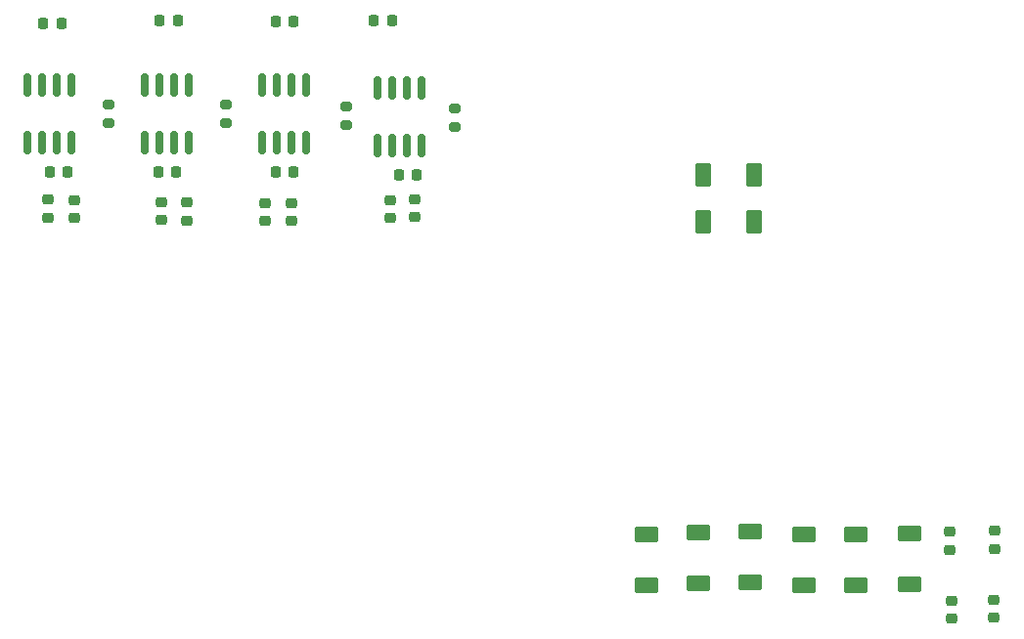
<source format=gbr>
%TF.GenerationSoftware,KiCad,Pcbnew,7.0.7*%
%TF.CreationDate,2024-02-25T12:29:16-08:00*%
%TF.ProjectId,Connector-board,436f6e6e-6563-4746-9f72-2d626f617264,rev?*%
%TF.SameCoordinates,Original*%
%TF.FileFunction,Paste,Top*%
%TF.FilePolarity,Positive*%
%FSLAX46Y46*%
G04 Gerber Fmt 4.6, Leading zero omitted, Abs format (unit mm)*
G04 Created by KiCad (PCBNEW 7.0.7) date 2024-02-25 12:29:16*
%MOMM*%
%LPD*%
G01*
G04 APERTURE LIST*
G04 Aperture macros list*
%AMRoundRect*
0 Rectangle with rounded corners*
0 $1 Rounding radius*
0 $2 $3 $4 $5 $6 $7 $8 $9 X,Y pos of 4 corners*
0 Add a 4 corners polygon primitive as box body*
4,1,4,$2,$3,$4,$5,$6,$7,$8,$9,$2,$3,0*
0 Add four circle primitives for the rounded corners*
1,1,$1+$1,$2,$3*
1,1,$1+$1,$4,$5*
1,1,$1+$1,$6,$7*
1,1,$1+$1,$8,$9*
0 Add four rect primitives between the rounded corners*
20,1,$1+$1,$2,$3,$4,$5,0*
20,1,$1+$1,$4,$5,$6,$7,0*
20,1,$1+$1,$6,$7,$8,$9,0*
20,1,$1+$1,$8,$9,$2,$3,0*%
G04 Aperture macros list end*
%ADD10RoundRect,0.225000X0.225000X0.250000X-0.225000X0.250000X-0.225000X-0.250000X0.225000X-0.250000X0*%
%ADD11RoundRect,0.150000X0.150000X-0.825000X0.150000X0.825000X-0.150000X0.825000X-0.150000X-0.825000X0*%
%ADD12RoundRect,0.250000X0.800000X-0.450000X0.800000X0.450000X-0.800000X0.450000X-0.800000X-0.450000X0*%
%ADD13RoundRect,0.250000X-0.800000X0.450000X-0.800000X-0.450000X0.800000X-0.450000X0.800000X0.450000X0*%
%ADD14RoundRect,0.225000X-0.225000X-0.250000X0.225000X-0.250000X0.225000X0.250000X-0.225000X0.250000X0*%
%ADD15RoundRect,0.200000X-0.275000X0.200000X-0.275000X-0.200000X0.275000X-0.200000X0.275000X0.200000X0*%
%ADD16RoundRect,0.218750X0.256250X-0.218750X0.256250X0.218750X-0.256250X0.218750X-0.256250X-0.218750X0*%
%ADD17RoundRect,0.225000X0.250000X-0.225000X0.250000X0.225000X-0.250000X0.225000X-0.250000X-0.225000X0*%
%ADD18RoundRect,0.250000X-0.450000X-0.800000X0.450000X-0.800000X0.450000X0.800000X-0.450000X0.800000X0*%
%ADD19RoundRect,0.218750X-0.256250X0.218750X-0.256250X-0.218750X0.256250X-0.218750X0.256250X0.218750X0*%
G04 APERTURE END LIST*
D10*
%TO.C,C10*%
X128920000Y-97990400D03*
X127370000Y-97990400D03*
%TD*%
%TO.C,C9*%
X128795000Y-111155000D03*
X127245000Y-111155000D03*
%TD*%
D11*
%TO.C,U4*%
X126115000Y-108550000D03*
X127385000Y-108550000D03*
X128655000Y-108550000D03*
X129925000Y-108550000D03*
X129925000Y-103600000D03*
X128655000Y-103600000D03*
X127385000Y-103600000D03*
X126115000Y-103600000D03*
%TD*%
D12*
%TO.C,D4*%
X173981400Y-146722200D03*
X173981400Y-142322200D03*
%TD*%
D10*
%TO.C,C4*%
X118836200Y-98219000D03*
X117286200Y-98219000D03*
%TD*%
D13*
%TO.C,D6*%
X169511000Y-142500000D03*
X169511000Y-146900000D03*
%TD*%
D14*
%TO.C,C8*%
X137403000Y-98092000D03*
X138953000Y-98092000D03*
%TD*%
D15*
%TO.C,R3*%
X122940000Y-105250000D03*
X122940000Y-106900000D03*
%TD*%
D12*
%TO.C,D1*%
X187621200Y-146900000D03*
X187621200Y-142500000D03*
%TD*%
D13*
%TO.C,D3*%
X192269400Y-142449200D03*
X192269400Y-146849200D03*
%TD*%
D16*
%TO.C,C1*%
X195774600Y-143861800D03*
X195774600Y-142286800D03*
%TD*%
D15*
%TO.C,R6*%
X133100000Y-105250000D03*
X133100000Y-106900000D03*
%TD*%
D17*
%TO.C,FB4*%
X147322000Y-115097600D03*
X147322000Y-113547600D03*
%TD*%
D18*
%TO.C,D8*%
X174400000Y-115450000D03*
X178800000Y-115450000D03*
%TD*%
D10*
%TO.C,C6*%
X147465000Y-97970000D03*
X145915000Y-97970000D03*
%TD*%
D11*
%TO.C,U1*%
X115955000Y-108550000D03*
X117225000Y-108550000D03*
X118495000Y-108550000D03*
X119765000Y-108550000D03*
X119765000Y-103600000D03*
X118495000Y-103600000D03*
X117225000Y-103600000D03*
X115955000Y-103600000D03*
%TD*%
D16*
%TO.C,C2*%
X195901600Y-149830900D03*
X195901600Y-148255900D03*
%TD*%
D17*
%TO.C,FB3*%
X149404800Y-115046800D03*
X149404800Y-113496800D03*
%TD*%
%TO.C,FB6*%
X136501600Y-115351600D03*
X136501600Y-113801600D03*
%TD*%
D19*
%TO.C,R1*%
X199635400Y-142210700D03*
X199635400Y-143785700D03*
%TD*%
D15*
%TO.C,R5*%
X143488600Y-105440000D03*
X143488600Y-107090000D03*
%TD*%
D10*
%TO.C,C5*%
X149595600Y-111350800D03*
X148045600Y-111350800D03*
%TD*%
D12*
%TO.C,D2*%
X183100000Y-146900000D03*
X183100000Y-142500000D03*
%TD*%
D17*
%TO.C,FB1*%
X119991600Y-115123000D03*
X119991600Y-113573000D03*
%TD*%
%TO.C,FB5*%
X138736800Y-115351600D03*
X138736800Y-113801600D03*
%TD*%
D12*
%TO.C,D5*%
X178502600Y-146646000D03*
X178502600Y-142246000D03*
%TD*%
D11*
%TO.C,U2*%
X146229800Y-108796600D03*
X147499800Y-108796600D03*
X148769800Y-108796600D03*
X150039800Y-108796600D03*
X150039800Y-103846600D03*
X148769800Y-103846600D03*
X147499800Y-103846600D03*
X146229800Y-103846600D03*
%TD*%
%TO.C,U3*%
X136275000Y-108550000D03*
X137545000Y-108550000D03*
X138815000Y-108550000D03*
X140085000Y-108550000D03*
X140085000Y-103600000D03*
X138815000Y-103600000D03*
X137545000Y-103600000D03*
X136275000Y-103600000D03*
%TD*%
D10*
%TO.C,C7*%
X138955000Y-111155000D03*
X137405000Y-111155000D03*
%TD*%
D17*
%TO.C,FB2*%
X117705600Y-115072200D03*
X117705600Y-113522200D03*
%TD*%
%TO.C,FB8*%
X127535400Y-115275400D03*
X127535400Y-113725400D03*
%TD*%
D15*
%TO.C,R4*%
X152935400Y-105598200D03*
X152935400Y-107248200D03*
%TD*%
D10*
%TO.C,C3*%
X119410000Y-111155000D03*
X117860000Y-111155000D03*
%TD*%
D17*
%TO.C,FB7*%
X129745200Y-115326200D03*
X129745200Y-113776200D03*
%TD*%
D18*
%TO.C,D7*%
X174400000Y-111400000D03*
X178800000Y-111400000D03*
%TD*%
D16*
%TO.C,R2*%
X199584600Y-149754700D03*
X199584600Y-148179700D03*
%TD*%
M02*

</source>
